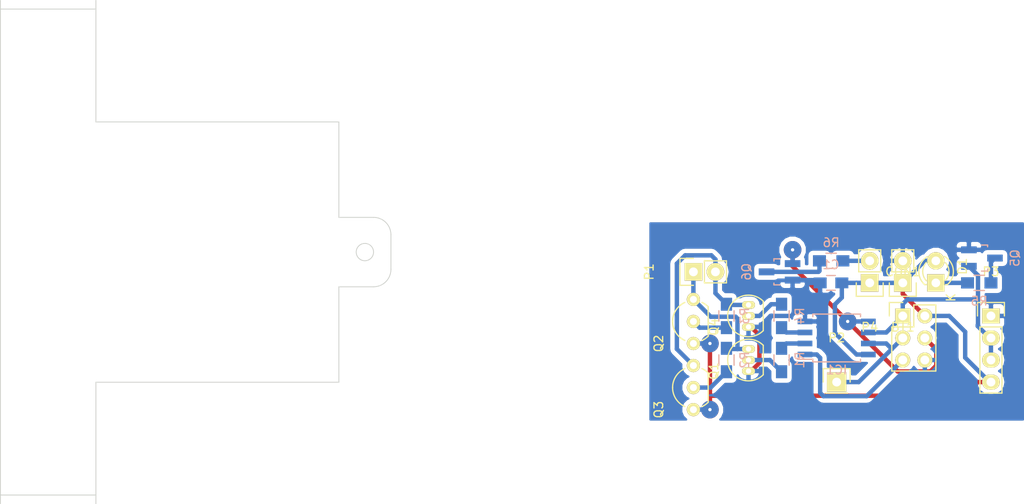
<source format=kicad_pcb>
(kicad_pcb (version 4) (host pcbnew 4.0.1-stable)

  (general
    (links 41)
    (no_connects 0)
    (area 69.949999 49.949999 187.960001 108.050001)
    (thickness 1.6)
    (drawings 15)
    (tracks 116)
    (zones 0)
    (modules 21)
    (nets 19)
  )

  (page A4)
  (layers
    (0 F.Cu signal)
    (31 B.Cu signal)
    (32 B.Adhes user)
    (33 F.Adhes user)
    (34 B.Paste user)
    (35 F.Paste user)
    (36 B.SilkS user)
    (37 F.SilkS user)
    (38 B.Mask user)
    (39 F.Mask user)
    (40 Dwgs.User user)
    (41 Cmts.User user)
    (42 Eco1.User user)
    (43 Eco2.User user)
    (44 Edge.Cuts user)
    (45 Margin user)
    (46 B.CrtYd user)
    (47 F.CrtYd user)
    (48 B.Fab user)
    (49 F.Fab user)
  )

  (setup
    (last_trace_width 0.508)
    (trace_clearance 0.2032)
    (zone_clearance 0.508)
    (zone_45_only no)
    (trace_min 0.2)
    (segment_width 0.2)
    (edge_width 0.1)
    (via_size 2.032)
    (via_drill 0.381)
    (via_min_size 0.4)
    (via_min_drill 0.3)
    (uvia_size 0.254)
    (uvia_drill 0.1016)
    (uvias_allowed no)
    (uvia_min_size 0)
    (uvia_min_drill 0)
    (pcb_text_width 0.3)
    (pcb_text_size 1.5 1.5)
    (mod_edge_width 0.15)
    (mod_text_size 1 1)
    (mod_text_width 0.15)
    (pad_size 1.5 1.5)
    (pad_drill 0.6)
    (pad_to_mask_clearance 0)
    (aux_axis_origin 0 0)
    (visible_elements FFFFFF7F)
    (pcbplotparams
      (layerselection 0x00000_80000000)
      (usegerberextensions false)
      (excludeedgelayer true)
      (linewidth 0.100000)
      (plotframeref false)
      (viasonmask false)
      (mode 1)
      (useauxorigin false)
      (hpglpennumber 1)
      (hpglpenspeed 20)
      (hpglpendiameter 15)
      (hpglpenoverlay 2)
      (psnegative false)
      (psa4output false)
      (plotreference false)
      (plotvalue false)
      (plotinvisibletext false)
      (padsonsilk false)
      (subtractmaskfromsilk false)
      (outputformat 4)
      (mirror false)
      (drillshape 1)
      (scaleselection 1)
      (outputdirectory ""))
  )

  (net 0 "")
  (net 1 +5V)
  (net 2 GND)
  (net 3 /MISO)
  (net 4 /MAIN_BUTTON)
  (net 5 /MCU-LED)
  (net 6 /RST)
  (net 7 "Net-(D1-Pad1)")
  (net 8 /MOT_A)
  (net 9 /MOT_B)
  (net 10 "Net-(P1-Pad1)")
  (net 11 "Net-(P1-Pad2)")
  (net 12 "Net-(P4-Pad2)")
  (net 13 "Net-(Q1-Pad2)")
  (net 14 "Net-(Q2-Pad2)")
  (net 15 "Net-(Q3-Pad2)")
  (net 16 "Net-(Q4-Pad2)")
  (net 17 "Net-(Q5-Pad3)")
  (net 18 "Net-(Q6-Pad3)")

  (net_class Default "This is the default net class."
    (clearance 0.2032)
    (trace_width 0.508)
    (via_dia 2.032)
    (via_drill 0.381)
    (uvia_dia 0.254)
    (uvia_drill 0.1016)
    (add_net +5V)
    (add_net /MAIN_BUTTON)
    (add_net /MCU-LED)
    (add_net /MISO)
    (add_net /MOT_A)
    (add_net /MOT_B)
    (add_net /RST)
    (add_net GND)
    (add_net "Net-(D1-Pad1)")
    (add_net "Net-(P1-Pad1)")
    (add_net "Net-(P1-Pad2)")
    (add_net "Net-(P4-Pad2)")
    (add_net "Net-(Q1-Pad2)")
    (add_net "Net-(Q2-Pad2)")
    (add_net "Net-(Q3-Pad2)")
    (add_net "Net-(Q4-Pad2)")
    (add_net "Net-(Q5-Pad3)")
    (add_net "Net-(Q6-Pad3)")
  )

  (module Pin_Headers:Pin_Header_Straight_1x02 (layer F.Cu) (tedit 54EA090C) (tstamp 57823CE0)
    (at 173.99 82.55 180)
    (descr "Through hole pin header")
    (tags "pin header")
    (path /578116BC)
    (fp_text reference BT1 (at 0 -5.1 180) (layer F.SilkS)
      (effects (font (size 1 1) (thickness 0.15)))
    )
    (fp_text value 3xAA (at 0 -3.1 180) (layer F.Fab)
      (effects (font (size 1 1) (thickness 0.15)))
    )
    (fp_line (start 1.27 1.27) (end 1.27 3.81) (layer F.SilkS) (width 0.15))
    (fp_line (start 1.55 -1.55) (end 1.55 0) (layer F.SilkS) (width 0.15))
    (fp_line (start -1.75 -1.75) (end -1.75 4.3) (layer F.CrtYd) (width 0.05))
    (fp_line (start 1.75 -1.75) (end 1.75 4.3) (layer F.CrtYd) (width 0.05))
    (fp_line (start -1.75 -1.75) (end 1.75 -1.75) (layer F.CrtYd) (width 0.05))
    (fp_line (start -1.75 4.3) (end 1.75 4.3) (layer F.CrtYd) (width 0.05))
    (fp_line (start 1.27 1.27) (end -1.27 1.27) (layer F.SilkS) (width 0.15))
    (fp_line (start -1.55 0) (end -1.55 -1.55) (layer F.SilkS) (width 0.15))
    (fp_line (start -1.55 -1.55) (end 1.55 -1.55) (layer F.SilkS) (width 0.15))
    (fp_line (start -1.27 1.27) (end -1.27 3.81) (layer F.SilkS) (width 0.15))
    (fp_line (start -1.27 3.81) (end 1.27 3.81) (layer F.SilkS) (width 0.15))
    (pad 1 thru_hole rect (at 0 0 180) (size 2.032 2.032) (drill 1.016) (layers *.Cu *.Mask F.SilkS)
      (net 1 +5V))
    (pad 2 thru_hole oval (at 0 2.54 180) (size 2.032 2.032) (drill 1.016) (layers *.Cu *.Mask F.SilkS)
      (net 2 GND))
    (model Pin_Headers.3dshapes/Pin_Header_Straight_1x02.wrl
      (at (xyz 0 -0.05 0))
      (scale (xyz 1 1 1))
      (rotate (xyz 0 0 90))
    )
  )

  (module Capacitors_SMD:C_0805_HandSoldering (layer B.Cu) (tedit 541A9B8D) (tstamp 57823CEC)
    (at 165.715 82.55 180)
    (descr "Capacitor SMD 0805, hand soldering")
    (tags "capacitor 0805")
    (path /5781181E)
    (attr smd)
    (fp_text reference C1 (at 0 2.1 180) (layer B.SilkS)
      (effects (font (size 1 1) (thickness 0.15)) (justify mirror))
    )
    (fp_text value 100n (at 0 -2.1 180) (layer B.Fab)
      (effects (font (size 1 1) (thickness 0.15)) (justify mirror))
    )
    (fp_line (start -2.3 1) (end 2.3 1) (layer B.CrtYd) (width 0.05))
    (fp_line (start -2.3 -1) (end 2.3 -1) (layer B.CrtYd) (width 0.05))
    (fp_line (start -2.3 1) (end -2.3 -1) (layer B.CrtYd) (width 0.05))
    (fp_line (start 2.3 1) (end 2.3 -1) (layer B.CrtYd) (width 0.05))
    (fp_line (start 0.5 0.85) (end -0.5 0.85) (layer B.SilkS) (width 0.15))
    (fp_line (start -0.5 -0.85) (end 0.5 -0.85) (layer B.SilkS) (width 0.15))
    (pad 1 smd rect (at -1.25 0 180) (size 1.5 1.25) (layers B.Cu B.Paste B.Mask)
      (net 1 +5V))
    (pad 2 smd rect (at 1.25 0 180) (size 1.5 1.25) (layers B.Cu B.Paste B.Mask)
      (net 2 GND))
    (model Capacitors_SMD.3dshapes/C_0805_HandSoldering.wrl
      (at (xyz 0 0 0))
      (scale (xyz 1 1 1))
      (rotate (xyz 0 0 0))
    )
  )

  (module Pin_Headers:Pin_Header_Straight_2x03 (layer F.Cu) (tedit 54EA0A4B) (tstamp 57823D03)
    (at 173.99 86.36)
    (descr "Through hole pin header")
    (tags "pin header")
    (path /57811927)
    (fp_text reference CON1 (at 0 -5.1) (layer F.SilkS)
      (effects (font (size 1 1) (thickness 0.15)))
    )
    (fp_text value AVR-ISP-6 (at 0 -3.1) (layer F.Fab)
      (effects (font (size 1 1) (thickness 0.15)))
    )
    (fp_line (start -1.27 1.27) (end -1.27 6.35) (layer F.SilkS) (width 0.15))
    (fp_line (start -1.55 -1.55) (end 0 -1.55) (layer F.SilkS) (width 0.15))
    (fp_line (start -1.75 -1.75) (end -1.75 6.85) (layer F.CrtYd) (width 0.05))
    (fp_line (start 4.3 -1.75) (end 4.3 6.85) (layer F.CrtYd) (width 0.05))
    (fp_line (start -1.75 -1.75) (end 4.3 -1.75) (layer F.CrtYd) (width 0.05))
    (fp_line (start -1.75 6.85) (end 4.3 6.85) (layer F.CrtYd) (width 0.05))
    (fp_line (start 1.27 -1.27) (end 1.27 1.27) (layer F.SilkS) (width 0.15))
    (fp_line (start 1.27 1.27) (end -1.27 1.27) (layer F.SilkS) (width 0.15))
    (fp_line (start -1.27 6.35) (end 3.81 6.35) (layer F.SilkS) (width 0.15))
    (fp_line (start 3.81 6.35) (end 3.81 1.27) (layer F.SilkS) (width 0.15))
    (fp_line (start -1.55 -1.55) (end -1.55 0) (layer F.SilkS) (width 0.15))
    (fp_line (start 3.81 -1.27) (end 1.27 -1.27) (layer F.SilkS) (width 0.15))
    (fp_line (start 3.81 1.27) (end 3.81 -1.27) (layer F.SilkS) (width 0.15))
    (pad 1 thru_hole rect (at 0 0) (size 1.7272 1.7272) (drill 1.016) (layers *.Cu *.Mask F.SilkS)
      (net 3 /MISO))
    (pad 2 thru_hole oval (at 2.54 0) (size 1.7272 1.7272) (drill 1.016) (layers *.Cu *.Mask F.SilkS)
      (net 1 +5V))
    (pad 3 thru_hole oval (at 0 2.54) (size 1.7272 1.7272) (drill 1.016) (layers *.Cu *.Mask F.SilkS)
      (net 4 /MAIN_BUTTON))
    (pad 4 thru_hole oval (at 2.54 2.54) (size 1.7272 1.7272) (drill 1.016) (layers *.Cu *.Mask F.SilkS)
      (net 5 /MCU-LED))
    (pad 5 thru_hole oval (at 0 5.08) (size 1.7272 1.7272) (drill 1.016) (layers *.Cu *.Mask F.SilkS)
      (net 6 /RST))
    (pad 6 thru_hole oval (at 2.54 5.08) (size 1.7272 1.7272) (drill 1.016) (layers *.Cu *.Mask F.SilkS)
      (net 2 GND))
    (model Pin_Headers.3dshapes/Pin_Header_Straight_2x03.wrl
      (at (xyz 0.05 -0.1 0))
      (scale (xyz 1 1 1))
      (rotate (xyz 0 0 90))
    )
  )

  (module LEDs:LED-3MM (layer F.Cu) (tedit 559B82F6) (tstamp 57823D14)
    (at 177.8 82.55 90)
    (descr "LED 3mm round vertical")
    (tags "LED  3mm round vertical")
    (path /5781266C)
    (fp_text reference D1 (at 1.91 3.06 90) (layer F.SilkS)
      (effects (font (size 1 1) (thickness 0.15)))
    )
    (fp_text value red (at 1.3 -2.9 90) (layer F.Fab)
      (effects (font (size 1 1) (thickness 0.15)))
    )
    (fp_line (start -1.2 2.3) (end 3.8 2.3) (layer F.CrtYd) (width 0.05))
    (fp_line (start 3.8 2.3) (end 3.8 -2.2) (layer F.CrtYd) (width 0.05))
    (fp_line (start 3.8 -2.2) (end -1.2 -2.2) (layer F.CrtYd) (width 0.05))
    (fp_line (start -1.2 -2.2) (end -1.2 2.3) (layer F.CrtYd) (width 0.05))
    (fp_line (start -0.199 1.314) (end -0.199 1.114) (layer F.SilkS) (width 0.15))
    (fp_line (start -0.199 -1.28) (end -0.199 -1.1) (layer F.SilkS) (width 0.15))
    (fp_arc (start 1.301 0.034) (end -0.199 -1.286) (angle 108.5) (layer F.SilkS) (width 0.15))
    (fp_arc (start 1.301 0.034) (end 0.25 -1.1) (angle 85.7) (layer F.SilkS) (width 0.15))
    (fp_arc (start 1.311 0.034) (end 3.051 0.994) (angle 110) (layer F.SilkS) (width 0.15))
    (fp_arc (start 1.301 0.034) (end 2.335 1.094) (angle 87.5) (layer F.SilkS) (width 0.15))
    (fp_text user K (at -1.69 1.74 90) (layer F.SilkS)
      (effects (font (size 1 1) (thickness 0.15)))
    )
    (pad 1 thru_hole rect (at 0 0 180) (size 2 2) (drill 1.00076) (layers *.Cu *.Mask F.SilkS)
      (net 7 "Net-(D1-Pad1)"))
    (pad 2 thru_hole circle (at 2.54 0 90) (size 2 2) (drill 1.00076) (layers *.Cu *.Mask F.SilkS)
      (net 1 +5V))
    (model LEDs.3dshapes/LED-3MM.wrl
      (at (xyz 0.05 0 0))
      (scale (xyz 1 1 1))
      (rotate (xyz 0 0 90))
    )
  )

  (module Housings_SOIC:SOIJ-8_5.3x5.3mm_Pitch1.27mm (layer B.Cu) (tedit 54130A77) (tstamp 57823D2B)
    (at 166.37 88.9)
    (descr "8-Lead Plastic Small Outline (SM) - Medium, 5.28 mm Body [SOIC] (see Microchip Packaging Specification 00000049BS.pdf)")
    (tags "SOIC 1.27")
    (path /57811753)
    (attr smd)
    (fp_text reference IC1 (at 0 3.68) (layer B.SilkS)
      (effects (font (size 1 1) (thickness 0.15)) (justify mirror))
    )
    (fp_text value ATTINY85-S (at 0 -3.68) (layer B.Fab)
      (effects (font (size 1 1) (thickness 0.15)) (justify mirror))
    )
    (fp_line (start -4.75 2.95) (end -4.75 -2.95) (layer B.CrtYd) (width 0.05))
    (fp_line (start 4.75 2.95) (end 4.75 -2.95) (layer B.CrtYd) (width 0.05))
    (fp_line (start -4.75 2.95) (end 4.75 2.95) (layer B.CrtYd) (width 0.05))
    (fp_line (start -4.75 -2.95) (end 4.75 -2.95) (layer B.CrtYd) (width 0.05))
    (fp_line (start -2.75 2.755) (end -2.75 2.455) (layer B.SilkS) (width 0.15))
    (fp_line (start 2.75 2.755) (end 2.75 2.455) (layer B.SilkS) (width 0.15))
    (fp_line (start 2.75 -2.755) (end 2.75 -2.455) (layer B.SilkS) (width 0.15))
    (fp_line (start -2.75 -2.755) (end -2.75 -2.455) (layer B.SilkS) (width 0.15))
    (fp_line (start -2.75 2.755) (end 2.75 2.755) (layer B.SilkS) (width 0.15))
    (fp_line (start -2.75 -2.755) (end 2.75 -2.755) (layer B.SilkS) (width 0.15))
    (fp_line (start -2.75 2.455) (end -4.5 2.455) (layer B.SilkS) (width 0.15))
    (pad 1 smd rect (at -3.65 1.905) (size 1.7 0.65) (layers B.Cu B.Paste B.Mask)
      (net 6 /RST))
    (pad 2 smd rect (at -3.65 0.635) (size 1.7 0.65) (layers B.Cu B.Paste B.Mask)
      (net 8 /MOT_A))
    (pad 3 smd rect (at -3.65 -0.635) (size 1.7 0.65) (layers B.Cu B.Paste B.Mask)
      (net 9 /MOT_B))
    (pad 4 smd rect (at -3.65 -1.905) (size 1.7 0.65) (layers B.Cu B.Paste B.Mask)
      (net 2 GND))
    (pad 5 smd rect (at 3.65 -1.905) (size 1.7 0.65) (layers B.Cu B.Paste B.Mask)
      (net 5 /MCU-LED))
    (pad 6 smd rect (at 3.65 -0.635) (size 1.7 0.65) (layers B.Cu B.Paste B.Mask)
      (net 3 /MISO))
    (pad 7 smd rect (at 3.65 0.635) (size 1.7 0.65) (layers B.Cu B.Paste B.Mask)
      (net 4 /MAIN_BUTTON))
    (pad 8 smd rect (at 3.65 1.905) (size 1.7 0.65) (layers B.Cu B.Paste B.Mask)
      (net 1 +5V))
    (model Housings_SOIC.3dshapes/SOIJ-8_5.3x5.3mm_Pitch1.27mm.wrl
      (at (xyz 0 0 0))
      (scale (xyz 1 1 1))
      (rotate (xyz 0 0 0))
    )
  )

  (module Pin_Headers:Pin_Header_Straight_1x02 (layer F.Cu) (tedit 54EA090C) (tstamp 57823D3C)
    (at 149.86 81.28 90)
    (descr "Through hole pin header")
    (tags "pin header")
    (path /57814B15)
    (fp_text reference P1 (at 0 -5.1 90) (layer F.SilkS)
      (effects (font (size 1 1) (thickness 0.15)))
    )
    (fp_text value MOTOR (at 0 -3.1 90) (layer F.Fab)
      (effects (font (size 1 1) (thickness 0.15)))
    )
    (fp_line (start 1.27 1.27) (end 1.27 3.81) (layer F.SilkS) (width 0.15))
    (fp_line (start 1.55 -1.55) (end 1.55 0) (layer F.SilkS) (width 0.15))
    (fp_line (start -1.75 -1.75) (end -1.75 4.3) (layer F.CrtYd) (width 0.05))
    (fp_line (start 1.75 -1.75) (end 1.75 4.3) (layer F.CrtYd) (width 0.05))
    (fp_line (start -1.75 -1.75) (end 1.75 -1.75) (layer F.CrtYd) (width 0.05))
    (fp_line (start -1.75 4.3) (end 1.75 4.3) (layer F.CrtYd) (width 0.05))
    (fp_line (start 1.27 1.27) (end -1.27 1.27) (layer F.SilkS) (width 0.15))
    (fp_line (start -1.55 0) (end -1.55 -1.55) (layer F.SilkS) (width 0.15))
    (fp_line (start -1.55 -1.55) (end 1.55 -1.55) (layer F.SilkS) (width 0.15))
    (fp_line (start -1.27 1.27) (end -1.27 3.81) (layer F.SilkS) (width 0.15))
    (fp_line (start -1.27 3.81) (end 1.27 3.81) (layer F.SilkS) (width 0.15))
    (pad 1 thru_hole rect (at 0 0 90) (size 2.032 2.032) (drill 1.016) (layers *.Cu *.Mask F.SilkS)
      (net 10 "Net-(P1-Pad1)"))
    (pad 2 thru_hole oval (at 0 2.54 90) (size 2.032 2.032) (drill 1.016) (layers *.Cu *.Mask F.SilkS)
      (net 11 "Net-(P1-Pad2)"))
    (model Pin_Headers.3dshapes/Pin_Header_Straight_1x02.wrl
      (at (xyz 0 -0.05 0))
      (scale (xyz 1 1 1))
      (rotate (xyz 0 0 90))
    )
  )

  (module Pin_Headers:Pin_Header_Straight_1x01 (layer F.Cu) (tedit 54EA08DC) (tstamp 57823D49)
    (at 166.37 93.98)
    (descr "Through hole pin header")
    (tags "pin header")
    (path /57812920)
    (fp_text reference P2 (at 0 -5.1) (layer F.SilkS)
      (effects (font (size 1 1) (thickness 0.15)))
    )
    (fp_text value MAIN_BUTTON (at 0 -3.1) (layer F.Fab)
      (effects (font (size 1 1) (thickness 0.15)))
    )
    (fp_line (start 1.55 -1.55) (end 1.55 0) (layer F.SilkS) (width 0.15))
    (fp_line (start -1.75 -1.75) (end -1.75 1.75) (layer F.CrtYd) (width 0.05))
    (fp_line (start 1.75 -1.75) (end 1.75 1.75) (layer F.CrtYd) (width 0.05))
    (fp_line (start -1.75 -1.75) (end 1.75 -1.75) (layer F.CrtYd) (width 0.05))
    (fp_line (start -1.75 1.75) (end 1.75 1.75) (layer F.CrtYd) (width 0.05))
    (fp_line (start -1.55 0) (end -1.55 -1.55) (layer F.SilkS) (width 0.15))
    (fp_line (start -1.55 -1.55) (end 1.55 -1.55) (layer F.SilkS) (width 0.15))
    (fp_line (start -1.27 1.27) (end 1.27 1.27) (layer F.SilkS) (width 0.15))
    (pad 1 thru_hole rect (at 0 0) (size 2.2352 2.2352) (drill 1.016) (layers *.Cu *.Mask F.SilkS)
      (net 4 /MAIN_BUTTON))
    (model Pin_Headers.3dshapes/Pin_Header_Straight_1x01.wrl
      (at (xyz 0 0 0))
      (scale (xyz 1 1 1))
      (rotate (xyz 0 0 90))
    )
  )

  (module Pin_Headers:Pin_Header_Straight_1x04 (layer F.Cu) (tedit 0) (tstamp 57823D5C)
    (at 184.15 86.36)
    (descr "Through hole pin header")
    (tags "pin header")
    (path /57812254)
    (fp_text reference P3 (at 0 -5.1) (layer F.SilkS)
      (effects (font (size 1 1) (thickness 0.15)))
    )
    (fp_text value MX-05V (at 0 -3.1) (layer F.Fab)
      (effects (font (size 1 1) (thickness 0.15)))
    )
    (fp_line (start -1.75 -1.75) (end -1.75 9.4) (layer F.CrtYd) (width 0.05))
    (fp_line (start 1.75 -1.75) (end 1.75 9.4) (layer F.CrtYd) (width 0.05))
    (fp_line (start -1.75 -1.75) (end 1.75 -1.75) (layer F.CrtYd) (width 0.05))
    (fp_line (start -1.75 9.4) (end 1.75 9.4) (layer F.CrtYd) (width 0.05))
    (fp_line (start -1.27 1.27) (end -1.27 8.89) (layer F.SilkS) (width 0.15))
    (fp_line (start 1.27 1.27) (end 1.27 8.89) (layer F.SilkS) (width 0.15))
    (fp_line (start 1.55 -1.55) (end 1.55 0) (layer F.SilkS) (width 0.15))
    (fp_line (start -1.27 8.89) (end 1.27 8.89) (layer F.SilkS) (width 0.15))
    (fp_line (start 1.27 1.27) (end -1.27 1.27) (layer F.SilkS) (width 0.15))
    (fp_line (start -1.55 0) (end -1.55 -1.55) (layer F.SilkS) (width 0.15))
    (fp_line (start -1.55 -1.55) (end 1.55 -1.55) (layer F.SilkS) (width 0.15))
    (pad 1 thru_hole rect (at 0 0) (size 2.032 1.7272) (drill 1.016) (layers *.Cu *.Mask F.SilkS)
      (net 2 GND))
    (pad 2 thru_hole oval (at 0 2.54) (size 2.032 1.7272) (drill 1.016) (layers *.Cu *.Mask F.SilkS)
      (net 3 /MISO))
    (pad 3 thru_hole oval (at 0 5.08) (size 2.032 1.7272) (drill 1.016) (layers *.Cu *.Mask F.SilkS)
      (net 3 /MISO))
    (pad 4 thru_hole oval (at 0 7.62) (size 2.032 1.7272) (drill 1.016) (layers *.Cu *.Mask F.SilkS)
      (net 1 +5V))
    (model Pin_Headers.3dshapes/Pin_Header_Straight_1x04.wrl
      (at (xyz 0 -0.15 0))
      (scale (xyz 1 1 1))
      (rotate (xyz 0 0 90))
    )
  )

  (module Pin_Headers:Pin_Header_Straight_1x02 (layer F.Cu) (tedit 54EA090C) (tstamp 57823D6D)
    (at 170.18 82.55 180)
    (descr "Through hole pin header")
    (tags "pin header")
    (path /57811B73)
    (fp_text reference P4 (at 0 -5.1 180) (layer F.SilkS)
      (effects (font (size 1 1) (thickness 0.15)))
    )
    (fp_text value LEDs (at 0 -3.1 180) (layer F.Fab)
      (effects (font (size 1 1) (thickness 0.15)))
    )
    (fp_line (start 1.27 1.27) (end 1.27 3.81) (layer F.SilkS) (width 0.15))
    (fp_line (start 1.55 -1.55) (end 1.55 0) (layer F.SilkS) (width 0.15))
    (fp_line (start -1.75 -1.75) (end -1.75 4.3) (layer F.CrtYd) (width 0.05))
    (fp_line (start 1.75 -1.75) (end 1.75 4.3) (layer F.CrtYd) (width 0.05))
    (fp_line (start -1.75 -1.75) (end 1.75 -1.75) (layer F.CrtYd) (width 0.05))
    (fp_line (start -1.75 4.3) (end 1.75 4.3) (layer F.CrtYd) (width 0.05))
    (fp_line (start 1.27 1.27) (end -1.27 1.27) (layer F.SilkS) (width 0.15))
    (fp_line (start -1.55 0) (end -1.55 -1.55) (layer F.SilkS) (width 0.15))
    (fp_line (start -1.55 -1.55) (end 1.55 -1.55) (layer F.SilkS) (width 0.15))
    (fp_line (start -1.27 1.27) (end -1.27 3.81) (layer F.SilkS) (width 0.15))
    (fp_line (start -1.27 3.81) (end 1.27 3.81) (layer F.SilkS) (width 0.15))
    (pad 1 thru_hole rect (at 0 0 180) (size 2.032 2.032) (drill 1.016) (layers *.Cu *.Mask F.SilkS)
      (net 1 +5V))
    (pad 2 thru_hole oval (at 0 2.54 180) (size 2.032 2.032) (drill 1.016) (layers *.Cu *.Mask F.SilkS)
      (net 12 "Net-(P4-Pad2)"))
    (model Pin_Headers.3dshapes/Pin_Header_Straight_1x02.wrl
      (at (xyz 0 -0.05 0))
      (scale (xyz 1 1 1))
      (rotate (xyz 0 0 90))
    )
  )

  (module TO_SOT_Packages_THT:TO-92_Inline_Narrow_Oval (layer F.Cu) (tedit 54F24281) (tstamp 57823D7B)
    (at 156.21 92.71 90)
    (descr "TO-92 leads in-line, narrow, oval pads, drill 0.6mm (see NXP sot054_po.pdf)")
    (tags "to-92 sc-43 sc-43a sot54 PA33 transistor")
    (path /578234FD)
    (fp_text reference Q1 (at 0 -4 90) (layer F.SilkS)
      (effects (font (size 1 1) (thickness 0.15)))
    )
    (fp_text value S8050 (at 0 3 90) (layer F.Fab)
      (effects (font (size 1 1) (thickness 0.15)))
    )
    (fp_line (start -1.4 1.95) (end -1.4 -2.65) (layer F.CrtYd) (width 0.05))
    (fp_line (start -1.4 1.95) (end 3.95 1.95) (layer F.CrtYd) (width 0.05))
    (fp_line (start -0.43 1.7) (end 2.97 1.7) (layer F.SilkS) (width 0.15))
    (fp_arc (start 1.27 0) (end 1.27 -2.4) (angle -135) (layer F.SilkS) (width 0.15))
    (fp_arc (start 1.27 0) (end 1.27 -2.4) (angle 135) (layer F.SilkS) (width 0.15))
    (fp_line (start -1.4 -2.65) (end 3.95 -2.65) (layer F.CrtYd) (width 0.05))
    (fp_line (start 3.95 1.95) (end 3.95 -2.65) (layer F.CrtYd) (width 0.05))
    (pad 2 thru_hole oval (at 1.27 0 270) (size 0.89916 1.50114) (drill 0.6) (layers *.Cu *.Mask F.SilkS)
      (net 13 "Net-(Q1-Pad2)"))
    (pad 3 thru_hole oval (at 2.54 0 270) (size 0.89916 1.50114) (drill 0.6) (layers *.Cu *.Mask F.SilkS)
      (net 10 "Net-(P1-Pad1)"))
    (pad 1 thru_hole oval (at 0 0 270) (size 0.89916 1.50114) (drill 0.6) (layers *.Cu *.Mask F.SilkS)
      (net 2 GND))
    (model TO_SOT_Packages_THT.3dshapes/TO-92_Inline_Narrow_Oval.wrl
      (at (xyz 0.05 0 0))
      (scale (xyz 1 1 1))
      (rotate (xyz 0 0 -90))
    )
  )

  (module TO_SOT_Packages_THT:TO-92_Inline_Narrow_Oval (layer F.Cu) (tedit 54F24281) (tstamp 57823DA5)
    (at 156.21 87.63 90)
    (descr "TO-92 leads in-line, narrow, oval pads, drill 0.6mm (see NXP sot054_po.pdf)")
    (tags "to-92 sc-43 sc-43a sot54 PA33 transistor")
    (path /5782371E)
    (fp_text reference Q4 (at 0 -4 90) (layer F.SilkS)
      (effects (font (size 1 1) (thickness 0.15)))
    )
    (fp_text value S8050 (at 0 3 90) (layer F.Fab)
      (effects (font (size 1 1) (thickness 0.15)))
    )
    (fp_line (start -1.4 1.95) (end -1.4 -2.65) (layer F.CrtYd) (width 0.05))
    (fp_line (start -1.4 1.95) (end 3.95 1.95) (layer F.CrtYd) (width 0.05))
    (fp_line (start -0.43 1.7) (end 2.97 1.7) (layer F.SilkS) (width 0.15))
    (fp_arc (start 1.27 0) (end 1.27 -2.4) (angle -135) (layer F.SilkS) (width 0.15))
    (fp_arc (start 1.27 0) (end 1.27 -2.4) (angle 135) (layer F.SilkS) (width 0.15))
    (fp_line (start -1.4 -2.65) (end 3.95 -2.65) (layer F.CrtYd) (width 0.05))
    (fp_line (start 3.95 1.95) (end 3.95 -2.65) (layer F.CrtYd) (width 0.05))
    (pad 2 thru_hole oval (at 1.27 0 270) (size 0.89916 1.50114) (drill 0.6) (layers *.Cu *.Mask F.SilkS)
      (net 16 "Net-(Q4-Pad2)"))
    (pad 3 thru_hole oval (at 2.54 0 270) (size 0.89916 1.50114) (drill 0.6) (layers *.Cu *.Mask F.SilkS)
      (net 11 "Net-(P1-Pad2)"))
    (pad 1 thru_hole oval (at 0 0 270) (size 0.89916 1.50114) (drill 0.6) (layers *.Cu *.Mask F.SilkS)
      (net 2 GND))
    (model TO_SOT_Packages_THT.3dshapes/TO-92_Inline_Narrow_Oval.wrl
      (at (xyz 0.05 0 0))
      (scale (xyz 1 1 1))
      (rotate (xyz 0 0 -90))
    )
  )

  (module TO_SOT_Packages_SMD:SOT-23_Handsoldering (layer B.Cu) (tedit 54E9291B) (tstamp 57823DB0)
    (at 183.11114 79.69 90)
    (descr "SOT-23, Handsoldering")
    (tags SOT-23)
    (path /578125CB)
    (attr smd)
    (fp_text reference Q5 (at 0 3.81 90) (layer B.SilkS)
      (effects (font (size 1 1) (thickness 0.15)) (justify mirror))
    )
    (fp_text value 2N7002 (at 0 -3.81 90) (layer B.Fab)
      (effects (font (size 1 1) (thickness 0.15)) (justify mirror))
    )
    (fp_line (start -1.49982 -0.0508) (end -1.49982 0.65024) (layer B.SilkS) (width 0.15))
    (fp_line (start -1.49982 0.65024) (end -1.2509 0.65024) (layer B.SilkS) (width 0.15))
    (fp_line (start 1.29916 0.65024) (end 1.49982 0.65024) (layer B.SilkS) (width 0.15))
    (fp_line (start 1.49982 0.65024) (end 1.49982 -0.0508) (layer B.SilkS) (width 0.15))
    (pad 1 smd rect (at -0.95 -1.50114 90) (size 0.8001 1.80086) (layers B.Cu B.Paste B.Mask)
      (net 3 /MISO))
    (pad 2 smd rect (at 0.95 -1.50114 90) (size 0.8001 1.80086) (layers B.Cu B.Paste B.Mask)
      (net 2 GND))
    (pad 3 smd rect (at 0 1.50114 90) (size 0.8001 1.80086) (layers B.Cu B.Paste B.Mask)
      (net 17 "Net-(Q5-Pad3)"))
    (model TO_SOT_Packages_SMD.3dshapes/SOT-23_Handsoldering.wrl
      (at (xyz 0 0 0))
      (scale (xyz 1 1 1))
      (rotate (xyz 0 0 0))
    )
  )

  (module Resistors_SMD:R_0805_HandSoldering (layer B.Cu) (tedit 54189DEE) (tstamp 57823DCA)
    (at 160.02 91.44 90)
    (descr "Resistor SMD 0805, hand soldering")
    (tags "resistor 0805")
    (path /578240D6)
    (attr smd)
    (fp_text reference R1 (at 0 2.1 90) (layer B.SilkS)
      (effects (font (size 1 1) (thickness 0.15)) (justify mirror))
    )
    (fp_text value 220 (at 0 -2.1 90) (layer B.Fab)
      (effects (font (size 1 1) (thickness 0.15)) (justify mirror))
    )
    (fp_line (start -2.4 1) (end 2.4 1) (layer B.CrtYd) (width 0.05))
    (fp_line (start -2.4 -1) (end 2.4 -1) (layer B.CrtYd) (width 0.05))
    (fp_line (start -2.4 1) (end -2.4 -1) (layer B.CrtYd) (width 0.05))
    (fp_line (start 2.4 1) (end 2.4 -1) (layer B.CrtYd) (width 0.05))
    (fp_line (start 0.6 -0.875) (end -0.6 -0.875) (layer B.SilkS) (width 0.15))
    (fp_line (start -0.6 0.875) (end 0.6 0.875) (layer B.SilkS) (width 0.15))
    (pad 1 smd rect (at -1.35 0 90) (size 1.5 1.3) (layers B.Cu B.Paste B.Mask)
      (net 13 "Net-(Q1-Pad2)"))
    (pad 2 smd rect (at 1.35 0 90) (size 1.5 1.3) (layers B.Cu B.Paste B.Mask)
      (net 8 /MOT_A))
    (model Resistors_SMD.3dshapes/R_0805_HandSoldering.wrl
      (at (xyz 0 0 0))
      (scale (xyz 1 1 1))
      (rotate (xyz 0 0 0))
    )
  )

  (module Resistors_SMD:R_0805_HandSoldering (layer B.Cu) (tedit 54189DEE) (tstamp 57823DD6)
    (at 153.67 91.44 90)
    (descr "Resistor SMD 0805, hand soldering")
    (tags "resistor 0805")
    (path /5782317D)
    (attr smd)
    (fp_text reference R2 (at 0 2.1 90) (layer B.SilkS)
      (effects (font (size 1 1) (thickness 0.15)) (justify mirror))
    )
    (fp_text value 220 (at 0 -2.1 90) (layer B.Fab)
      (effects (font (size 1 1) (thickness 0.15)) (justify mirror))
    )
    (fp_line (start -2.4 1) (end 2.4 1) (layer B.CrtYd) (width 0.05))
    (fp_line (start -2.4 -1) (end 2.4 -1) (layer B.CrtYd) (width 0.05))
    (fp_line (start -2.4 1) (end -2.4 -1) (layer B.CrtYd) (width 0.05))
    (fp_line (start 2.4 1) (end 2.4 -1) (layer B.CrtYd) (width 0.05))
    (fp_line (start 0.6 -0.875) (end -0.6 -0.875) (layer B.SilkS) (width 0.15))
    (fp_line (start -0.6 0.875) (end 0.6 0.875) (layer B.SilkS) (width 0.15))
    (pad 1 smd rect (at -1.35 0 90) (size 1.5 1.3) (layers B.Cu B.Paste B.Mask)
      (net 15 "Net-(Q3-Pad2)"))
    (pad 2 smd rect (at 1.35 0 90) (size 1.5 1.3) (layers B.Cu B.Paste B.Mask)
      (net 10 "Net-(P1-Pad1)"))
    (model Resistors_SMD.3dshapes/R_0805_HandSoldering.wrl
      (at (xyz 0 0 0))
      (scale (xyz 1 1 1))
      (rotate (xyz 0 0 0))
    )
  )

  (module Resistors_SMD:R_0805_HandSoldering (layer B.Cu) (tedit 54189DEE) (tstamp 57823DE2)
    (at 153.67 86.36 90)
    (descr "Resistor SMD 0805, hand soldering")
    (tags "resistor 0805")
    (path /578231CC)
    (attr smd)
    (fp_text reference R3 (at 0 2.1 90) (layer B.SilkS)
      (effects (font (size 1 1) (thickness 0.15)) (justify mirror))
    )
    (fp_text value 220 (at 0 -2.1 90) (layer B.Fab)
      (effects (font (size 1 1) (thickness 0.15)) (justify mirror))
    )
    (fp_line (start -2.4 1) (end 2.4 1) (layer B.CrtYd) (width 0.05))
    (fp_line (start -2.4 -1) (end 2.4 -1) (layer B.CrtYd) (width 0.05))
    (fp_line (start -2.4 1) (end -2.4 -1) (layer B.CrtYd) (width 0.05))
    (fp_line (start 2.4 1) (end 2.4 -1) (layer B.CrtYd) (width 0.05))
    (fp_line (start 0.6 -0.875) (end -0.6 -0.875) (layer B.SilkS) (width 0.15))
    (fp_line (start -0.6 0.875) (end 0.6 0.875) (layer B.SilkS) (width 0.15))
    (pad 1 smd rect (at -1.35 0 90) (size 1.5 1.3) (layers B.Cu B.Paste B.Mask)
      (net 14 "Net-(Q2-Pad2)"))
    (pad 2 smd rect (at 1.35 0 90) (size 1.5 1.3) (layers B.Cu B.Paste B.Mask)
      (net 11 "Net-(P1-Pad2)"))
    (model Resistors_SMD.3dshapes/R_0805_HandSoldering.wrl
      (at (xyz 0 0 0))
      (scale (xyz 1 1 1))
      (rotate (xyz 0 0 0))
    )
  )

  (module Resistors_SMD:R_0805_HandSoldering (layer B.Cu) (tedit 54189DEE) (tstamp 57823DEE)
    (at 160.02 86.36 90)
    (descr "Resistor SMD 0805, hand soldering")
    (tags "resistor 0805")
    (path /5782405C)
    (attr smd)
    (fp_text reference R4 (at 0 2.1 90) (layer B.SilkS)
      (effects (font (size 1 1) (thickness 0.15)) (justify mirror))
    )
    (fp_text value 220 (at 0 -2.1 90) (layer B.Fab)
      (effects (font (size 1 1) (thickness 0.15)) (justify mirror))
    )
    (fp_line (start -2.4 1) (end 2.4 1) (layer B.CrtYd) (width 0.05))
    (fp_line (start -2.4 -1) (end 2.4 -1) (layer B.CrtYd) (width 0.05))
    (fp_line (start -2.4 1) (end -2.4 -1) (layer B.CrtYd) (width 0.05))
    (fp_line (start 2.4 1) (end 2.4 -1) (layer B.CrtYd) (width 0.05))
    (fp_line (start 0.6 -0.875) (end -0.6 -0.875) (layer B.SilkS) (width 0.15))
    (fp_line (start -0.6 0.875) (end 0.6 0.875) (layer B.SilkS) (width 0.15))
    (pad 1 smd rect (at -1.35 0 90) (size 1.5 1.3) (layers B.Cu B.Paste B.Mask)
      (net 9 /MOT_B))
    (pad 2 smd rect (at 1.35 0 90) (size 1.5 1.3) (layers B.Cu B.Paste B.Mask)
      (net 16 "Net-(Q4-Pad2)"))
    (model Resistors_SMD.3dshapes/R_0805_HandSoldering.wrl
      (at (xyz 0 0 0))
      (scale (xyz 1 1 1))
      (rotate (xyz 0 0 0))
    )
  )

  (module Resistors_SMD:R_0805_HandSoldering (layer B.Cu) (tedit 54189DEE) (tstamp 57823DFA)
    (at 182.8 82.55)
    (descr "Resistor SMD 0805, hand soldering")
    (tags "resistor 0805")
    (path /578125D8)
    (attr smd)
    (fp_text reference R5 (at 0 2.1) (layer B.SilkS)
      (effects (font (size 1 1) (thickness 0.15)) (justify mirror))
    )
    (fp_text value 4k7 (at 0 -2.1) (layer B.Fab)
      (effects (font (size 1 1) (thickness 0.15)) (justify mirror))
    )
    (fp_line (start -2.4 1) (end 2.4 1) (layer B.CrtYd) (width 0.05))
    (fp_line (start -2.4 -1) (end 2.4 -1) (layer B.CrtYd) (width 0.05))
    (fp_line (start -2.4 1) (end -2.4 -1) (layer B.CrtYd) (width 0.05))
    (fp_line (start 2.4 1) (end 2.4 -1) (layer B.CrtYd) (width 0.05))
    (fp_line (start 0.6 -0.875) (end -0.6 -0.875) (layer B.SilkS) (width 0.15))
    (fp_line (start -0.6 0.875) (end 0.6 0.875) (layer B.SilkS) (width 0.15))
    (pad 1 smd rect (at -1.35 0) (size 1.5 1.3) (layers B.Cu B.Paste B.Mask)
      (net 7 "Net-(D1-Pad1)"))
    (pad 2 smd rect (at 1.35 0) (size 1.5 1.3) (layers B.Cu B.Paste B.Mask)
      (net 17 "Net-(Q5-Pad3)"))
    (model Resistors_SMD.3dshapes/R_0805_HandSoldering.wrl
      (at (xyz 0 0 0))
      (scale (xyz 1 1 1))
      (rotate (xyz 0 0 0))
    )
  )

  (module Resistors_SMD:R_0805_HandSoldering (layer B.Cu) (tedit 54189DEE) (tstamp 57823E06)
    (at 165.735 80.01 180)
    (descr "Resistor SMD 0805, hand soldering")
    (tags "resistor 0805")
    (path /57811D85)
    (attr smd)
    (fp_text reference R6 (at 0 2.1 180) (layer B.SilkS)
      (effects (font (size 1 1) (thickness 0.15)) (justify mirror))
    )
    (fp_text value 0 (at 0 -2.1 180) (layer B.Fab)
      (effects (font (size 1 1) (thickness 0.15)) (justify mirror))
    )
    (fp_line (start -2.4 1) (end 2.4 1) (layer B.CrtYd) (width 0.05))
    (fp_line (start -2.4 -1) (end 2.4 -1) (layer B.CrtYd) (width 0.05))
    (fp_line (start -2.4 1) (end -2.4 -1) (layer B.CrtYd) (width 0.05))
    (fp_line (start 2.4 1) (end 2.4 -1) (layer B.CrtYd) (width 0.05))
    (fp_line (start 0.6 -0.875) (end -0.6 -0.875) (layer B.SilkS) (width 0.15))
    (fp_line (start -0.6 0.875) (end 0.6 0.875) (layer B.SilkS) (width 0.15))
    (pad 1 smd rect (at -1.35 0 180) (size 1.5 1.3) (layers B.Cu B.Paste B.Mask)
      (net 12 "Net-(P4-Pad2)"))
    (pad 2 smd rect (at 1.35 0 180) (size 1.5 1.3) (layers B.Cu B.Paste B.Mask)
      (net 18 "Net-(Q6-Pad3)"))
    (model Resistors_SMD.3dshapes/R_0805_HandSoldering.wrl
      (at (xyz 0 0 0))
      (scale (xyz 1 1 1))
      (rotate (xyz 0 0 0))
    )
  )

  (module TO_SOT_Packages_SMD:SOT-23_Handsoldering (layer B.Cu) (tedit 54E9291B) (tstamp 57824853)
    (at 159.78886 81.28 270)
    (descr "SOT-23, Handsoldering")
    (tags SOT-23)
    (path /578243FE)
    (attr smd)
    (fp_text reference Q6 (at 0 3.81 270) (layer B.SilkS)
      (effects (font (size 1 1) (thickness 0.15)) (justify mirror))
    )
    (fp_text value 2N7002 (at 0 -3.81 270) (layer B.Fab)
      (effects (font (size 1 1) (thickness 0.15)) (justify mirror))
    )
    (fp_line (start -1.49982 -0.0508) (end -1.49982 0.65024) (layer B.SilkS) (width 0.15))
    (fp_line (start -1.49982 0.65024) (end -1.2509 0.65024) (layer B.SilkS) (width 0.15))
    (fp_line (start 1.29916 0.65024) (end 1.49982 0.65024) (layer B.SilkS) (width 0.15))
    (fp_line (start 1.49982 0.65024) (end 1.49982 -0.0508) (layer B.SilkS) (width 0.15))
    (pad 1 smd rect (at -0.95 -1.50114 270) (size 0.8001 1.80086) (layers B.Cu B.Paste B.Mask)
      (net 5 /MCU-LED))
    (pad 2 smd rect (at 0.95 -1.50114 270) (size 0.8001 1.80086) (layers B.Cu B.Paste B.Mask)
      (net 2 GND))
    (pad 3 smd rect (at 0 1.50114 270) (size 0.8001 1.80086) (layers B.Cu B.Paste B.Mask)
      (net 18 "Net-(Q6-Pad3)"))
    (model TO_SOT_Packages_SMD.3dshapes/SOT-23_Handsoldering.wrl
      (at (xyz 0 0 0))
      (scale (xyz 1 1 1))
      (rotate (xyz 0 0 0))
    )
  )

  (module TO_SOT_Packages_THT:TO-92_Inline_Wide (layer F.Cu) (tedit 54F242B4) (tstamp 5782A186)
    (at 149.86 89.535 90)
    (descr "TO-92 leads in-line, wide, drill 0.8mm (see NXP sot054_po.pdf)")
    (tags "to-92 sc-43 sc-43a sot54 PA33 transistor")
    (path /5782326A)
    (fp_text reference Q2 (at 0 -4 270) (layer F.SilkS)
      (effects (font (size 1 1) (thickness 0.15)))
    )
    (fp_text value S8550 (at 0 3 90) (layer F.Fab)
      (effects (font (size 1 1) (thickness 0.15)))
    )
    (fp_arc (start 2.54 0) (end 0.84 1.7) (angle 20.5) (layer F.SilkS) (width 0.15))
    (fp_arc (start 2.54 0) (end 4.24 1.7) (angle -20.5) (layer F.SilkS) (width 0.15))
    (fp_line (start -1 1.95) (end -1 -2.65) (layer F.CrtYd) (width 0.05))
    (fp_line (start -1 1.95) (end 6.1 1.95) (layer F.CrtYd) (width 0.05))
    (fp_line (start 0.84 1.7) (end 4.24 1.7) (layer F.SilkS) (width 0.15))
    (fp_arc (start 2.54 0) (end 2.54 -2.4) (angle -65.55604127) (layer F.SilkS) (width 0.15))
    (fp_arc (start 2.54 0) (end 2.54 -2.4) (angle 65.55604127) (layer F.SilkS) (width 0.15))
    (fp_line (start -1 -2.65) (end 6.1 -2.65) (layer F.CrtYd) (width 0.05))
    (fp_line (start 6.1 1.95) (end 6.1 -2.65) (layer F.CrtYd) (width 0.05))
    (pad 2 thru_hole circle (at 2.54 0 180) (size 1.524 1.524) (drill 0.8) (layers *.Cu *.Mask F.SilkS)
      (net 14 "Net-(Q2-Pad2)"))
    (pad 3 thru_hole circle (at 5.08 0 180) (size 1.524 1.524) (drill 0.8) (layers *.Cu *.Mask F.SilkS)
      (net 10 "Net-(P1-Pad1)"))
    (pad 1 thru_hole circle (at 0 0 180) (size 1.524 1.524) (drill 0.8) (layers *.Cu *.Mask F.SilkS)
      (net 1 +5V))
    (model TO_SOT_Packages_THT.3dshapes/TO-92_Inline_Wide.wrl
      (at (xyz 0.1 0 0))
      (scale (xyz 1 1 1))
      (rotate (xyz 0 0 -90))
    )
  )

  (module TO_SOT_Packages_THT:TO-92_Inline_Wide (layer F.Cu) (tedit 54F242B4) (tstamp 5782A195)
    (at 149.86 97.155 90)
    (descr "TO-92 leads in-line, wide, drill 0.8mm (see NXP sot054_po.pdf)")
    (tags "to-92 sc-43 sc-43a sot54 PA33 transistor")
    (path /5782339D)
    (fp_text reference Q3 (at 0 -4 270) (layer F.SilkS)
      (effects (font (size 1 1) (thickness 0.15)))
    )
    (fp_text value S8550 (at 0 3 90) (layer F.Fab)
      (effects (font (size 1 1) (thickness 0.15)))
    )
    (fp_arc (start 2.54 0) (end 0.84 1.7) (angle 20.5) (layer F.SilkS) (width 0.15))
    (fp_arc (start 2.54 0) (end 4.24 1.7) (angle -20.5) (layer F.SilkS) (width 0.15))
    (fp_line (start -1 1.95) (end -1 -2.65) (layer F.CrtYd) (width 0.05))
    (fp_line (start -1 1.95) (end 6.1 1.95) (layer F.CrtYd) (width 0.05))
    (fp_line (start 0.84 1.7) (end 4.24 1.7) (layer F.SilkS) (width 0.15))
    (fp_arc (start 2.54 0) (end 2.54 -2.4) (angle -65.55604127) (layer F.SilkS) (width 0.15))
    (fp_arc (start 2.54 0) (end 2.54 -2.4) (angle 65.55604127) (layer F.SilkS) (width 0.15))
    (fp_line (start -1 -2.65) (end 6.1 -2.65) (layer F.CrtYd) (width 0.05))
    (fp_line (start 6.1 1.95) (end 6.1 -2.65) (layer F.CrtYd) (width 0.05))
    (pad 2 thru_hole circle (at 2.54 0 180) (size 1.524 1.524) (drill 0.8) (layers *.Cu *.Mask F.SilkS)
      (net 15 "Net-(Q3-Pad2)"))
    (pad 3 thru_hole circle (at 5.08 0 180) (size 1.524 1.524) (drill 0.8) (layers *.Cu *.Mask F.SilkS)
      (net 11 "Net-(P1-Pad2)"))
    (pad 1 thru_hole circle (at 0 0 180) (size 1.524 1.524) (drill 0.8) (layers *.Cu *.Mask F.SilkS)
      (net 1 +5V))
    (model TO_SOT_Packages_THT.3dshapes/TO-92_Inline_Wide.wrl
      (at (xyz 0.1 0 0))
      (scale (xyz 1 1 1))
      (rotate (xyz 0 0 -90))
    )
  )

  (gr_circle (center 112 79) (end 112 78) (layer Edge.Cuts) (width 0.1))
  (gr_line (start 113 83) (end 109 83) (layer Edge.Cuts) (width 0.1))
  (gr_line (start 115 77) (end 115 81) (layer Edge.Cuts) (width 0.1))
  (gr_line (start 109 75) (end 113 75) (layer Edge.Cuts) (width 0.1))
  (gr_arc (start 113 81) (end 115 81) (angle 90) (layer Edge.Cuts) (width 0.1))
  (gr_arc (start 113 77) (end 113 75) (angle 90) (layer Edge.Cuts) (width 0.1))
  (gr_line (start 109 64) (end 109 75) (layer Edge.Cuts) (width 0.1))
  (gr_line (start 109 94) (end 109 83) (layer Edge.Cuts) (width 0.1))
  (gr_line (start 81 94) (end 109 94) (layer Edge.Cuts) (width 0.1))
  (gr_line (start 81 64) (end 109 64) (layer Edge.Cuts) (width 0.1))
  (gr_line (start 81 108) (end 81 94) (layer Edge.Cuts) (width 0.1))
  (gr_line (start 70 107) (end 81 107) (layer Edge.Cuts) (width 0.1))
  (gr_line (start 70 50) (end 70 108) (layer Edge.Cuts) (width 0.1))
  (gr_line (start 81 50) (end 81 64) (layer Edge.Cuts) (width 0.1))
  (gr_line (start 70 51) (end 81 51) (layer Edge.Cuts) (width 0.1))

  (segment (start 151.765 97.155) (end 151.765 95.554801) (width 0.508) (layer F.Cu) (net 1))
  (via (at 151.765 97.155) (size 2.032) (drill 0.381) (layers F.Cu B.Cu) (net 1))
  (segment (start 149.86 97.155) (end 151.765 97.155) (width 0.508) (layer B.Cu) (net 1))
  (segment (start 181.051199 95.554801) (end 151.765 95.554801) (width 0.508) (layer F.Cu) (net 1))
  (segment (start 151.765 89.535) (end 151.765 95.554801) (width 0.508) (layer F.Cu) (net 1))
  (segment (start 149.86 89.535) (end 151.765 89.535) (width 0.508) (layer B.Cu) (net 1))
  (via (at 151.765 89.535) (size 2.032) (drill 0.381) (layers F.Cu B.Cu) (net 1))
  (segment (start 184.15 93.98) (end 182.626 93.98) (width 0.508) (layer F.Cu) (net 1))
  (segment (start 182.626 93.98) (end 181.051199 95.554801) (width 0.508) (layer F.Cu) (net 1))
  (segment (start 173.99 82.55) (end 173.99 83.82) (width 0.508) (layer F.Cu) (net 1))
  (segment (start 173.99 83.82) (end 176.53 86.36) (width 0.508) (layer F.Cu) (net 1))
  (segment (start 166.166799 85.039201) (end 166.965 84.241) (width 0.508) (layer B.Cu) (net 1))
  (segment (start 166.965 84.241) (end 166.965 82.55) (width 0.508) (layer B.Cu) (net 1))
  (segment (start 168.656 82.55) (end 166.965 82.55) (width 0.508) (layer B.Cu) (net 1))
  (segment (start 168.656 82.55) (end 170.18 82.55) (width 0.508) (layer B.Cu) (net 1))
  (segment (start 166.166799 88.309799) (end 166.166799 85.039201) (width 0.508) (layer B.Cu) (net 1))
  (segment (start 170.02 90.805) (end 168.662 90.805) (width 0.508) (layer B.Cu) (net 1))
  (segment (start 168.662 90.805) (end 166.166799 88.309799) (width 0.508) (layer B.Cu) (net 1))
  (segment (start 170.18 82.190338) (end 170.18 82.55) (width 0.508) (layer B.Cu) (net 1))
  (segment (start 181.178202 91.160602) (end 183.9976 93.98) (width 0.508) (layer B.Cu) (net 1))
  (segment (start 181.178202 88.192862) (end 181.178202 91.160602) (width 0.508) (layer B.Cu) (net 1))
  (segment (start 179.34534 86.36) (end 181.178202 88.192862) (width 0.508) (layer B.Cu) (net 1))
  (segment (start 176.53 86.36) (end 179.34534 86.36) (width 0.508) (layer B.Cu) (net 1))
  (segment (start 183.9976 93.98) (end 184.15 93.98) (width 0.508) (layer B.Cu) (net 1))
  (segment (start 177.8 80.01) (end 176.53 80.01) (width 0.508) (layer B.Cu) (net 1))
  (segment (start 176.53 80.01) (end 173.99 82.55) (width 0.508) (layer B.Cu) (net 1))
  (segment (start 170.18 82.55) (end 171.45 82.55) (width 0.508) (layer B.Cu) (net 1))
  (segment (start 171.45 82.55) (end 173.99 82.55) (width 0.508) (layer B.Cu) (net 1))
  (segment (start 158.73857 86.36) (end 160.892962 86.36) (width 0.508) (layer B.Cu) (net 2))
  (segment (start 156.21 87.63) (end 157.46857 87.63) (width 0.508) (layer B.Cu) (net 2))
  (segment (start 157.46857 87.63) (end 158.73857 86.36) (width 0.508) (layer B.Cu) (net 2))
  (segment (start 163.245 86.995) (end 162.72 86.995) (width 0.508) (layer B.Cu) (net 2))
  (segment (start 161.29 82.23) (end 164.145 82.23) (width 0.508) (layer B.Cu) (net 2))
  (segment (start 164.145 82.23) (end 164.465 82.55) (width 0.508) (layer B.Cu) (net 2))
  (segment (start 156.51099 87.63) (end 156.21 87.63) (width 0.508) (layer F.Cu) (net 2))
  (segment (start 157.46857 91.764814) (end 157.46857 88.58758) (width 0.508) (layer F.Cu) (net 2))
  (segment (start 156.523384 92.71) (end 157.46857 91.764814) (width 0.508) (layer F.Cu) (net 2))
  (segment (start 156.21 92.71) (end 156.523384 92.71) (width 0.508) (layer F.Cu) (net 2))
  (segment (start 157.46857 88.58758) (end 156.51099 87.63) (width 0.508) (layer F.Cu) (net 2))
  (segment (start 181.61 78.74) (end 181.10962 78.74) (width 0.508) (layer B.Cu) (net 2))
  (segment (start 172.085 88.265) (end 170.02 88.265) (width 0.508) (layer B.Cu) (net 3))
  (segment (start 173.99 86.36) (end 172.085 88.265) (width 0.508) (layer B.Cu) (net 3))
  (segment (start 182.657201 81.687201) (end 182.657201 84.455) (width 0.508) (layer B.Cu) (net 3))
  (segment (start 182.657201 84.455) (end 182.657201 87.407201) (width 0.508) (layer B.Cu) (net 3))
  (segment (start 173.99 86.36) (end 173.99 84.9884) (width 0.508) (layer B.Cu) (net 3))
  (segment (start 173.99 84.9884) (end 174.5234 84.455) (width 0.508) (layer B.Cu) (net 3))
  (segment (start 174.5234 84.455) (end 182.657201 84.455) (width 0.508) (layer B.Cu) (net 3))
  (segment (start 181.61 80.64) (end 182.657201 81.687201) (width 0.508) (layer B.Cu) (net 3))
  (segment (start 182.657201 87.407201) (end 182.626 87.438402) (width 0.508) (layer B.Cu) (net 3))
  (segment (start 182.626 87.438402) (end 182.626 87.5284) (width 0.508) (layer B.Cu) (net 3))
  (segment (start 182.626 87.5284) (end 183.9976 88.9) (width 0.508) (layer B.Cu) (net 3))
  (segment (start 183.9976 88.9) (end 184.15 88.9) (width 0.508) (layer B.Cu) (net 3))
  (segment (start 184.15 91.44) (end 184.15 88.9) (width 0.508) (layer B.Cu) (net 3))
  (segment (start 168.91 93.98) (end 172.72 90.17) (width 0.508) (layer B.Cu) (net 4))
  (segment (start 172.72 90.17) (end 173.99 88.9) (width 0.508) (layer B.Cu) (net 4))
  (segment (start 170.02 89.535) (end 172.085 89.535) (width 0.508) (layer B.Cu) (net 4))
  (segment (start 172.085 89.535) (end 172.72 90.17) (width 0.508) (layer B.Cu) (net 4))
  (segment (start 166.37 93.98) (end 168.91 93.98) (width 0.508) (layer B.Cu) (net 4))
  (segment (start 161.29 80.33) (end 161.29 78.74) (width 0.508) (layer B.Cu) (net 5))
  (segment (start 176.53 88.9) (end 177.850801 90.220801) (width 0.508) (layer F.Cu) (net 5))
  (segment (start 177.850801 90.220801) (end 177.850801 92.073985) (width 0.508) (layer F.Cu) (net 5))
  (segment (start 177.850801 92.073985) (end 177.163985 92.760801) (width 0.508) (layer F.Cu) (net 5))
  (segment (start 177.163985 92.760801) (end 173.405801 92.760801) (width 0.508) (layer F.Cu) (net 5))
  (segment (start 173.405801 92.760801) (end 168.655999 88.010999) (width 0.508) (layer F.Cu) (net 5))
  (segment (start 168.655999 88.010999) (end 167.64 86.995) (width 0.508) (layer F.Cu) (net 5))
  (segment (start 170.02 86.995) (end 167.64 86.995) (width 0.508) (layer B.Cu) (net 5))
  (segment (start 161.29 78.74) (end 161.29 80.645) (width 0.508) (layer F.Cu) (net 5))
  (segment (start 161.29 80.645) (end 167.64 86.995) (width 0.508) (layer F.Cu) (net 5))
  (via (at 167.64 86.995) (size 2.032) (drill 0.381) (layers F.Cu B.Cu) (net 5))
  (via (at 161.29 78.74) (size 2.032) (drill 0.381) (layers F.Cu B.Cu) (net 5))
  (segment (start 164.465 91.192) (end 164.465 95.224602) (width 0.508) (layer B.Cu) (net 6))
  (segment (start 164.465 95.224602) (end 164.845999 95.605601) (width 0.508) (layer B.Cu) (net 6))
  (segment (start 162.72 90.805) (end 164.078 90.805) (width 0.508) (layer B.Cu) (net 6))
  (segment (start 164.078 90.805) (end 164.465 91.192) (width 0.508) (layer B.Cu) (net 6))
  (segment (start 164.845999 95.605601) (end 169.824399 95.605601) (width 0.508) (layer B.Cu) (net 6))
  (segment (start 169.824399 95.605601) (end 173.126401 92.303599) (width 0.508) (layer B.Cu) (net 6))
  (segment (start 173.126401 92.303599) (end 173.99 91.44) (width 0.508) (layer B.Cu) (net 6))
  (segment (start 177.8 82.55) (end 181.45 82.55) (width 0.508) (layer B.Cu) (net 7))
  (segment (start 162.72 89.535) (end 160.575 89.535) (width 0.508) (layer B.Cu) (net 8))
  (segment (start 160.575 89.535) (end 160.02 90.09) (width 0.508) (layer B.Cu) (net 8))
  (segment (start 162.72 88.265) (end 160.575 88.265) (width 0.508) (layer B.Cu) (net 9))
  (segment (start 160.575 88.265) (end 160.02 87.71) (width 0.508) (layer B.Cu) (net 9))
  (segment (start 149.86 81.28) (end 149.86 84.455) (width 0.508) (layer B.Cu) (net 10))
  (segment (start 149.86 84.455) (end 151.856999 86.451999) (width 0.508) (layer B.Cu) (net 10))
  (segment (start 151.856999 86.451999) (end 154.726401 86.451999) (width 0.508) (layer B.Cu) (net 10))
  (segment (start 156.21 90.17) (end 154.94 90.17) (width 0.508) (layer B.Cu) (net 10))
  (segment (start 154.94 90.17) (end 153.75 90.17) (width 0.508) (layer B.Cu) (net 10))
  (segment (start 154.94 86.665598) (end 154.94 90.17) (width 0.508) (layer B.Cu) (net 10))
  (segment (start 154.726401 86.451999) (end 154.94 86.665598) (width 0.508) (layer B.Cu) (net 10))
  (segment (start 153.75 90.17) (end 153.67 90.09) (width 0.508) (layer B.Cu) (net 10))
  (segment (start 148.910038 79.375) (end 151.93184 79.375) (width 0.508) (layer B.Cu) (net 11))
  (segment (start 151.93184 79.375) (end 152.4 79.84316) (width 0.508) (layer B.Cu) (net 11))
  (segment (start 152.4 79.84316) (end 152.4 81.28) (width 0.508) (layer B.Cu) (net 11))
  (segment (start 147.955 90.17) (end 147.955 80.330038) (width 0.508) (layer B.Cu) (net 11))
  (segment (start 147.955 80.330038) (end 148.910038 79.375) (width 0.508) (layer B.Cu) (net 11))
  (segment (start 149.86 92.075) (end 147.955 90.17) (width 0.508) (layer B.Cu) (net 11))
  (segment (start 153.67 85.11) (end 153.67 85.01) (width 0.508) (layer B.Cu) (net 11))
  (segment (start 152.4 81.28) (end 152.4 83.74) (width 0.508) (layer B.Cu) (net 11))
  (segment (start 152.4 83.74) (end 153.67 85.01) (width 0.508) (layer B.Cu) (net 11))
  (segment (start 156.21 85.09) (end 153.75 85.09) (width 0.508) (layer B.Cu) (net 11))
  (segment (start 153.75 85.09) (end 153.67 85.01) (width 0.508) (layer B.Cu) (net 11))
  (segment (start 167.085 80.01) (end 170.18 80.01) (width 0.508) (layer B.Cu) (net 12))
  (segment (start 160.02 92.79) (end 158.67 91.44) (width 0.508) (layer B.Cu) (net 13))
  (segment (start 158.67 91.44) (end 156.21 91.44) (width 0.508) (layer B.Cu) (net 13))
  (segment (start 153.67 87.71) (end 150.575 87.71) (width 0.508) (layer B.Cu) (net 14))
  (segment (start 150.575 87.71) (end 149.86 86.995) (width 0.508) (layer B.Cu) (net 14))
  (segment (start 149.86 94.615) (end 151.845 94.615) (width 0.508) (layer B.Cu) (net 15))
  (segment (start 151.845 94.615) (end 153.67 92.79) (width 0.508) (layer B.Cu) (net 15))
  (segment (start 158.83 85.01) (end 157.48 86.36) (width 0.508) (layer B.Cu) (net 16))
  (segment (start 157.48 86.36) (end 156.21 86.36) (width 0.508) (layer B.Cu) (net 16))
  (segment (start 160.02 85.01) (end 158.83 85.01) (width 0.508) (layer B.Cu) (net 16))
  (segment (start 184.15 82.55) (end 184.15 80.15228) (width 0.508) (layer B.Cu) (net 17))
  (segment (start 184.15 80.15228) (end 184.61228 79.69) (width 0.508) (layer B.Cu) (net 17))
  (segment (start 158.28772 81.28) (end 164.273 81.28) (width 0.508) (layer B.Cu) (net 18))
  (segment (start 164.273 81.28) (end 164.385 81.168) (width 0.508) (layer B.Cu) (net 18))
  (segment (start 164.385 81.168) (end 164.385 80.01) (width 0.508) (layer B.Cu) (net 18))

  (zone (net 2) (net_name GND) (layer B.Cu) (tstamp 0) (hatch edge 0.508)
    (connect_pads (clearance 0.508))
    (min_thickness 0.254)
    (fill yes (arc_segments 16) (thermal_gap 0.508) (thermal_bridge_width 0.508))
    (polygon
      (pts
        (xy 144.78 75.565) (xy 187.96 75.565) (xy 187.96 98.425) (xy 144.78 98.425)
      )
    )
    (filled_polygon
      (pts
        (xy 187.833 98.298) (xy 152.95691 98.298) (xy 153.163834 98.091437) (xy 153.415713 97.484845) (xy 153.416286 96.828037)
        (xy 153.165466 96.221005) (xy 152.701437 95.756166) (xy 152.094845 95.504287) (xy 151.765868 95.504) (xy 151.845 95.504)
        (xy 152.185206 95.436329) (xy 152.473618 95.243618) (xy 153.529796 94.18744) (xy 154.32 94.18744) (xy 154.555317 94.143162)
        (xy 154.771441 94.00409) (xy 154.916431 93.79189) (xy 154.96744 93.54) (xy 154.96744 93.213495) (xy 155.052294 93.387111)
        (xy 155.376627 93.66342) (xy 155.78201 93.79458) (xy 156.083 93.79458) (xy 156.083 92.837) (xy 156.337 92.837)
        (xy 156.337 93.79458) (xy 156.63799 93.79458) (xy 157.043373 93.66342) (xy 157.367706 93.387111) (xy 157.554981 93.003935)
        (xy 157.428068 92.837) (xy 156.337 92.837) (xy 156.083 92.837) (xy 156.063 92.837) (xy 156.063 92.583)
        (xy 156.083 92.583) (xy 156.083 92.563) (xy 156.337 92.563) (xy 156.337 92.583) (xy 157.428068 92.583)
        (xy 157.554981 92.416065) (xy 157.512428 92.329) (xy 158.301764 92.329) (xy 158.72256 92.749796) (xy 158.72256 93.54)
        (xy 158.766838 93.775317) (xy 158.90591 93.991441) (xy 159.11811 94.136431) (xy 159.37 94.18744) (xy 160.67 94.18744)
        (xy 160.905317 94.143162) (xy 161.121441 94.00409) (xy 161.266431 93.79189) (xy 161.31744 93.54) (xy 161.31744 92.04)
        (xy 161.273162 91.804683) (xy 161.13409 91.588559) (xy 160.92189 91.443569) (xy 160.908803 91.440919) (xy 161.121441 91.30409)
        (xy 161.22641 91.150462) (xy 161.266838 91.365317) (xy 161.40591 91.581441) (xy 161.61811 91.726431) (xy 161.87 91.77744)
        (xy 163.57 91.77744) (xy 163.576 91.776311) (xy 163.576 95.224602) (xy 163.643671 95.564808) (xy 163.800828 95.80001)
        (xy 163.836382 95.85322) (xy 164.217381 96.234219) (xy 164.505793 96.42693) (xy 164.845999 96.494601) (xy 169.824399 96.494601)
        (xy 170.164605 96.42693) (xy 170.453017 96.234219) (xy 173.78381 92.903426) (xy 173.960641 92.9386) (xy 174.019359 92.9386)
        (xy 174.592848 92.824526) (xy 175.079029 92.49967) (xy 175.259992 92.228839) (xy 175.64151 92.646821) (xy 176.170973 92.894968)
        (xy 176.403 92.774469) (xy 176.403 91.567) (xy 176.657 91.567) (xy 176.657 92.774469) (xy 176.889027 92.894968)
        (xy 177.41849 92.646821) (xy 177.812688 92.214947) (xy 177.984958 91.799026) (xy 177.863817 91.567) (xy 176.657 91.567)
        (xy 176.403 91.567) (xy 176.383 91.567) (xy 176.383 91.313) (xy 176.403 91.313) (xy 176.403 91.293)
        (xy 176.657 91.293) (xy 176.657 91.313) (xy 177.863817 91.313) (xy 177.984958 91.080974) (xy 177.812688 90.665053)
        (xy 177.41849 90.233179) (xy 177.295772 90.175664) (xy 177.619029 89.95967) (xy 177.943885 89.473489) (xy 178.057959 88.9)
        (xy 177.943885 88.326511) (xy 177.619029 87.84033) (xy 177.304248 87.63) (xy 177.619029 87.41967) (xy 177.733067 87.249)
        (xy 178.977104 87.249) (xy 180.289202 88.561098) (xy 180.289202 91.160602) (xy 180.356873 91.500808) (xy 180.440744 91.626329)
        (xy 180.549584 91.78922) (xy 182.512066 93.751702) (xy 182.466655 93.98) (xy 182.580729 94.553489) (xy 182.905585 95.03967)
        (xy 183.391766 95.364526) (xy 183.965255 95.4786) (xy 184.334745 95.4786) (xy 184.908234 95.364526) (xy 185.394415 95.03967)
        (xy 185.719271 94.553489) (xy 185.833345 93.98) (xy 185.719271 93.406511) (xy 185.394415 92.92033) (xy 185.079634 92.71)
        (xy 185.394415 92.49967) (xy 185.719271 92.013489) (xy 185.833345 91.44) (xy 185.719271 90.866511) (xy 185.394415 90.38033)
        (xy 185.079634 90.17) (xy 185.394415 89.95967) (xy 185.719271 89.473489) (xy 185.833345 88.9) (xy 185.719271 88.326511)
        (xy 185.394415 87.84033) (xy 185.37222 87.8255) (xy 185.525698 87.761927) (xy 185.704327 87.583299) (xy 185.801 87.34991)
        (xy 185.801 86.64575) (xy 185.64225 86.487) (xy 184.277 86.487) (xy 184.277 86.507) (xy 184.023 86.507)
        (xy 184.023 86.487) (xy 184.003 86.487) (xy 184.003 86.233) (xy 184.023 86.233) (xy 184.023 85.02015)
        (xy 184.277 85.02015) (xy 184.277 86.233) (xy 185.64225 86.233) (xy 185.801 86.07425) (xy 185.801 85.37009)
        (xy 185.704327 85.136701) (xy 185.525698 84.958073) (xy 185.292309 84.8614) (xy 184.43575 84.8614) (xy 184.277 85.02015)
        (xy 184.023 85.02015) (xy 183.86425 84.8614) (xy 183.546201 84.8614) (xy 183.546201 83.84744) (xy 184.9 83.84744)
        (xy 185.135317 83.803162) (xy 185.351441 83.66409) (xy 185.496431 83.45189) (xy 185.54744 83.2) (xy 185.54744 81.9)
        (xy 185.503162 81.664683) (xy 185.36409 81.448559) (xy 185.15189 81.303569) (xy 185.039 81.280708) (xy 185.039 80.73749)
        (xy 185.51271 80.73749) (xy 185.748027 80.693212) (xy 185.964151 80.55414) (xy 186.109141 80.34194) (xy 186.16015 80.09005)
        (xy 186.16015 79.28995) (xy 186.115872 79.054633) (xy 185.9768 78.838509) (xy 185.7646 78.693519) (xy 185.51271 78.64251)
        (xy 183.71185 78.64251) (xy 183.476533 78.686788) (xy 183.260409 78.82586) (xy 183.132598 79.012918) (xy 182.98668 78.867)
        (xy 181.737 78.867) (xy 181.737 78.887) (xy 181.483 78.887) (xy 181.483 78.867) (xy 180.23332 78.867)
        (xy 180.07457 79.02575) (xy 180.07457 79.266359) (xy 180.171243 79.499748) (xy 180.349871 79.678377) (xy 180.386222 79.693434)
        (xy 180.258129 79.77586) (xy 180.113139 79.98806) (xy 180.06213 80.23995) (xy 180.06213 81.04005) (xy 180.106408 81.275367)
        (xy 180.228554 81.465188) (xy 180.103569 81.64811) (xy 180.100959 81.661) (xy 179.44744 81.661) (xy 179.44744 81.55)
        (xy 179.403162 81.314683) (xy 179.26409 81.098559) (xy 179.121439 81.00109) (xy 179.185278 80.937363) (xy 179.434716 80.336648)
        (xy 179.435284 79.686205) (xy 179.186894 79.085057) (xy 178.727363 78.624722) (xy 178.126648 78.375284) (xy 177.476205 78.374716)
        (xy 176.875057 78.623106) (xy 176.414722 79.082637) (xy 176.38698 79.149448) (xy 176.189794 79.188671) (xy 175.901382 79.381382)
        (xy 175.543955 79.738809) (xy 175.595975 79.627056) (xy 175.396385 79.145182) (xy 174.958379 78.672812) (xy 174.372946 78.404017)
        (xy 174.117 78.522633) (xy 174.117 79.883) (xy 174.137 79.883) (xy 174.137 80.137) (xy 174.117 80.137)
        (xy 174.117 80.157) (xy 173.863 80.157) (xy 173.863 80.137) (xy 172.503164 80.137) (xy 172.384025 80.392944)
        (xy 172.583615 80.874818) (xy 172.674097 80.972398) (xy 172.522559 81.06991) (xy 172.377569 81.28211) (xy 172.32656 81.534)
        (xy 172.32656 81.661) (xy 171.84344 81.661) (xy 171.84344 81.534) (xy 171.799162 81.298683) (xy 171.66009 81.082559)
        (xy 171.511163 80.980802) (xy 171.73767 80.64181) (xy 171.863345 80.01) (xy 171.787173 79.627056) (xy 172.384025 79.627056)
        (xy 172.503164 79.883) (xy 173.863 79.883) (xy 173.863 78.522633) (xy 173.607054 78.404017) (xy 173.021621 78.672812)
        (xy 172.583615 79.145182) (xy 172.384025 79.627056) (xy 171.787173 79.627056) (xy 171.73767 79.37819) (xy 171.379778 78.842567)
        (xy 170.844155 78.484675) (xy 170.212345 78.359) (xy 170.147655 78.359) (xy 169.515845 78.484675) (xy 168.980222 78.842567)
        (xy 168.794179 79.121) (xy 168.435792 79.121) (xy 168.29909 78.908559) (xy 168.08689 78.763569) (xy 167.835 78.71256)
        (xy 166.335 78.71256) (xy 166.099683 78.756838) (xy 165.883559 78.89591) (xy 165.738569 79.10811) (xy 165.735919 79.121197)
        (xy 165.59909 78.908559) (xy 165.38689 78.763569) (xy 165.135 78.71256) (xy 163.635 78.71256) (xy 163.399683 78.756838)
        (xy 163.183559 78.89591) (xy 163.038569 79.10811) (xy 162.98756 79.36) (xy 162.98756 80.391) (xy 162.83787 80.391)
        (xy 162.83787 79.92995) (xy 162.793592 79.694633) (xy 162.725328 79.588549) (xy 162.940713 79.069845) (xy 162.941286 78.413037)
        (xy 162.858898 78.213641) (xy 180.07457 78.213641) (xy 180.07457 78.45425) (xy 180.23332 78.613) (xy 181.483 78.613)
        (xy 181.483 77.8637) (xy 181.737 77.8637) (xy 181.737 78.613) (xy 182.98668 78.613) (xy 183.14543 78.45425)
        (xy 183.14543 78.213641) (xy 183.048757 77.980252) (xy 182.870129 77.801623) (xy 182.63674 77.70495) (xy 181.89575 77.70495)
        (xy 181.737 77.8637) (xy 181.483 77.8637) (xy 181.32425 77.70495) (xy 180.58326 77.70495) (xy 180.349871 77.801623)
        (xy 180.171243 77.980252) (xy 180.07457 78.213641) (xy 162.858898 78.213641) (xy 162.690466 77.806005) (xy 162.226437 77.341166)
        (xy 161.619845 77.089287) (xy 160.963037 77.088714) (xy 160.356005 77.339534) (xy 159.891166 77.803563) (xy 159.639287 78.410155)
        (xy 159.638714 79.066963) (xy 159.854255 79.588613) (xy 159.793139 79.67806) (xy 159.74213 79.92995) (xy 159.74213 80.391)
        (xy 159.597344 80.391) (xy 159.44004 80.283519) (xy 159.18815 80.23251) (xy 157.38729 80.23251) (xy 157.151973 80.276788)
        (xy 156.935849 80.41586) (xy 156.790859 80.62806) (xy 156.73985 80.87995) (xy 156.73985 81.68005) (xy 156.784128 81.915367)
        (xy 156.9232 82.131491) (xy 157.1354 82.276481) (xy 157.38729 82.32749) (xy 159.18815 82.32749) (xy 159.423467 82.283212)
        (xy 159.600957 82.169) (xy 163.08 82.169) (xy 163.08 82.26425) (xy 163.23875 82.423) (xy 164.338 82.423)
        (xy 164.338 82.403) (xy 164.592 82.403) (xy 164.592 82.423) (xy 164.612 82.423) (xy 164.612 82.677)
        (xy 164.592 82.677) (xy 164.592 83.65125) (xy 164.75075 83.81) (xy 165.341309 83.81) (xy 165.574698 83.713327)
        (xy 165.715936 83.57209) (xy 165.75091 83.626441) (xy 165.96311 83.771431) (xy 166.076 83.794292) (xy 166.076 83.872764)
        (xy 165.538181 84.410583) (xy 165.34547 84.698995) (xy 165.277799 85.039201) (xy 165.277799 88.309799) (xy 165.34547 88.650005)
        (xy 165.409552 88.74591) (xy 165.538181 88.938417) (xy 168.033382 91.433618) (xy 168.321794 91.626329) (xy 168.662 91.694)
        (xy 168.870646 91.694) (xy 168.91811 91.726431) (xy 169.17 91.77744) (xy 169.855324 91.77744) (xy 168.541764 93.091)
        (xy 168.13504 93.091) (xy 168.13504 92.8624) (xy 168.090762 92.627083) (xy 167.95169 92.410959) (xy 167.73949 92.265969)
        (xy 167.4876 92.21496) (xy 165.354 92.21496) (xy 165.354 91.192) (xy 165.344692 91.145205) (xy 165.28633 90.851795)
        (xy 165.093618 90.563382) (xy 164.706618 90.176382) (xy 164.600582 90.105531) (xy 164.418206 89.983671) (xy 164.20114 89.940494)
        (xy 164.21744 89.86) (xy 164.21744 89.21) (xy 164.173162 88.974683) (xy 164.125891 88.901222) (xy 164.166431 88.84189)
        (xy 164.21744 88.59) (xy 164.21744 87.94) (xy 164.173162 87.704683) (xy 164.127422 87.6336) (xy 164.205 87.44631)
        (xy 164.205 87.28075) (xy 164.04625 87.122) (xy 162.847 87.122) (xy 162.847 87.142) (xy 162.593 87.142)
        (xy 162.593 87.122) (xy 162.573 87.122) (xy 162.573 86.868) (xy 162.593 86.868) (xy 162.593 86.19375)
        (xy 162.847 86.19375) (xy 162.847 86.868) (xy 164.04625 86.868) (xy 164.205 86.70925) (xy 164.205 86.54369)
        (xy 164.108327 86.310301) (xy 163.929698 86.131673) (xy 163.696309 86.035) (xy 163.00575 86.035) (xy 162.847 86.19375)
        (xy 162.593 86.19375) (xy 162.43425 86.035) (xy 161.743691 86.035) (xy 161.510302 86.131673) (xy 161.331673 86.310301)
        (xy 161.235 86.54369) (xy 161.235 86.665378) (xy 161.13409 86.508559) (xy 160.92189 86.363569) (xy 160.908803 86.360919)
        (xy 161.121441 86.22409) (xy 161.266431 86.01189) (xy 161.31744 85.76) (xy 161.31744 84.26) (xy 161.273162 84.024683)
        (xy 161.13409 83.808559) (xy 160.92189 83.663569) (xy 160.67 83.61256) (xy 159.37 83.61256) (xy 159.134683 83.656838)
        (xy 158.918559 83.79591) (xy 158.773569 84.00811) (xy 158.74738 84.137434) (xy 158.489794 84.188671) (xy 158.201382 84.381382)
        (xy 157.601155 84.981609) (xy 157.540156 84.674949) (xy 157.305049 84.323086) (xy 156.953186 84.087979) (xy 156.538135 84.00542)
        (xy 155.881865 84.00542) (xy 155.466814 84.087979) (xy 155.297666 84.201) (xy 154.956338 84.201) (xy 154.923162 84.024683)
        (xy 154.78409 83.808559) (xy 154.57189 83.663569) (xy 154.32 83.61256) (xy 153.529796 83.61256) (xy 153.289 83.371764)
        (xy 153.289 82.665821) (xy 153.513597 82.51575) (xy 159.75457 82.51575) (xy 159.75457 82.756359) (xy 159.851243 82.989748)
        (xy 160.029871 83.168377) (xy 160.26326 83.26505) (xy 161.00425 83.26505) (xy 161.163 83.1063) (xy 161.163 82.357)
        (xy 161.417 82.357) (xy 161.417 83.1063) (xy 161.57575 83.26505) (xy 162.31674 83.26505) (xy 162.550129 83.168377)
        (xy 162.728757 82.989748) (xy 162.792545 82.83575) (xy 163.08 82.83575) (xy 163.08 83.30131) (xy 163.176673 83.534699)
        (xy 163.355302 83.713327) (xy 163.588691 83.81) (xy 164.17925 83.81) (xy 164.338 83.65125) (xy 164.338 82.677)
        (xy 163.23875 82.677) (xy 163.08 82.83575) (xy 162.792545 82.83575) (xy 162.82543 82.756359) (xy 162.82543 82.51575)
        (xy 162.66668 82.357) (xy 161.417 82.357) (xy 161.163 82.357) (xy 159.91332 82.357) (xy 159.75457 82.51575)
        (xy 153.513597 82.51575) (xy 153.567433 82.479778) (xy 153.925325 81.944155) (xy 154.051 81.312345) (xy 154.051 81.247655)
        (xy 153.925325 80.615845) (xy 153.567433 80.080222) (xy 153.289 79.894179) (xy 153.289 79.84316) (xy 153.221329 79.502954)
        (xy 153.028618 79.214542) (xy 152.560458 78.746382) (xy 152.471269 78.686788) (xy 152.272046 78.553671) (xy 151.93184 78.486)
        (xy 148.910038 78.486) (xy 148.569832 78.553671) (xy 148.370609 78.686788) (xy 148.28142 78.746382) (xy 147.326382 79.70142)
        (xy 147.133671 79.989832) (xy 147.066 80.330038) (xy 147.066 90.17) (xy 147.133671 90.510206) (xy 147.237137 90.665053)
        (xy 147.326382 90.798618) (xy 148.463121 91.935357) (xy 148.462758 92.351661) (xy 148.67499 92.865303) (xy 149.06763 93.258629)
        (xy 149.275512 93.344949) (xy 149.069697 93.42999) (xy 148.676371 93.82263) (xy 148.463243 94.3359) (xy 148.462758 94.891661)
        (xy 148.67499 95.405303) (xy 149.06763 95.798629) (xy 149.275512 95.884949) (xy 149.069697 95.96999) (xy 148.676371 96.36263)
        (xy 148.463243 96.8759) (xy 148.462758 97.431661) (xy 148.67499 97.945303) (xy 149.027072 98.298) (xy 144.907 98.298)
        (xy 144.907 75.692) (xy 187.833 75.692)
      )
    )
    (filled_polygon
      (pts
        (xy 158.90591 86.211441) (xy 159.11811 86.356431) (xy 159.131197 86.359081) (xy 158.918559 86.49591) (xy 158.773569 86.70811)
        (xy 158.72256 86.96) (xy 158.72256 88.46) (xy 158.766838 88.695317) (xy 158.90027 88.902677) (xy 158.773569 89.08811)
        (xy 158.72256 89.34) (xy 158.72256 90.561455) (xy 158.67 90.551) (xy 157.546929 90.551) (xy 157.622715 90.17)
        (xy 157.540156 89.754949) (xy 157.305049 89.403086) (xy 156.953186 89.167979) (xy 156.538135 89.08542) (xy 155.881865 89.08542)
        (xy 155.829 89.095936) (xy 155.829 88.71458) (xy 156.083 88.71458) (xy 156.083 87.757) (xy 156.337 87.757)
        (xy 156.337 88.71458) (xy 156.63799 88.71458) (xy 157.043373 88.58342) (xy 157.367706 88.307111) (xy 157.554981 87.923935)
        (xy 157.428068 87.757) (xy 156.337 87.757) (xy 156.083 87.757) (xy 156.063 87.757) (xy 156.063 87.503)
        (xy 156.083 87.503) (xy 156.083 87.483) (xy 156.337 87.483) (xy 156.337 87.503) (xy 157.428068 87.503)
        (xy 157.554981 87.336065) (xy 157.509555 87.243121) (xy 157.820206 87.181329) (xy 158.108618 86.988618) (xy 158.898034 86.199202)
      )
    )
  )
)

</source>
